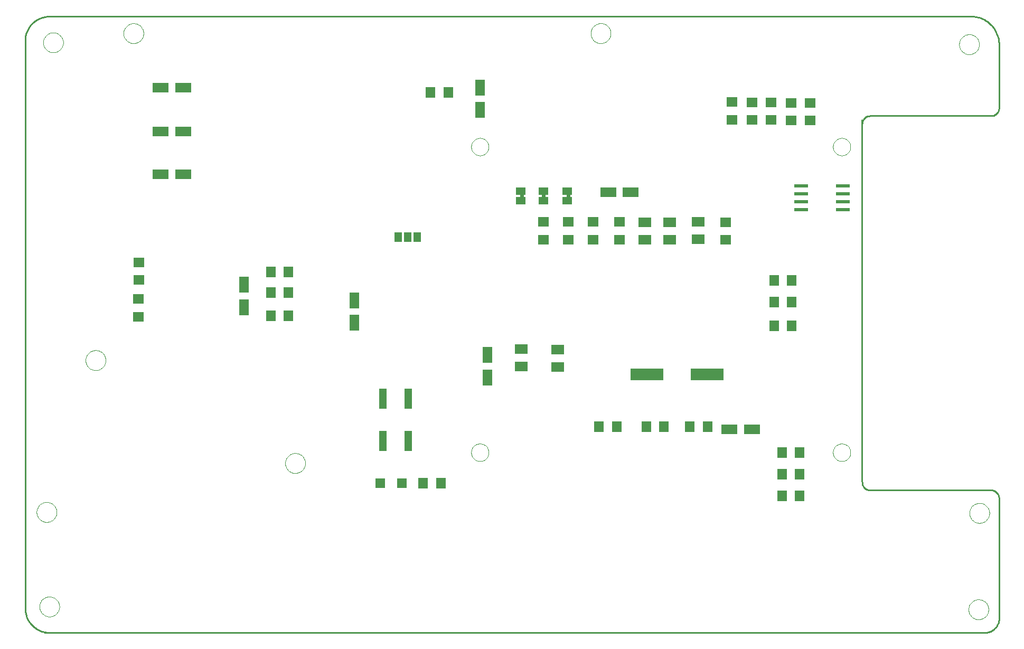
<source format=gtp>
G75*
G70*
%OFA0B0*%
%FSLAX24Y24*%
%IPPOS*%
%LPD*%
%AMOC8*
5,1,8,0,0,1.08239X$1,22.5*
%
%ADD10C,0.0000*%
%ADD11C,0.0240*%
%ADD12C,0.0100*%
%ADD13R,0.0866X0.0236*%
%ADD14R,0.0787X0.0630*%
%ADD15R,0.0709X0.0630*%
%ADD16R,0.2100X0.0760*%
%ADD17R,0.0630X0.0710*%
%ADD18R,0.0710X0.0630*%
%ADD19R,0.0472X0.1260*%
%ADD20R,0.0630X0.0460*%
%ADD21R,0.1024X0.0630*%
%ADD22R,0.0591X0.0591*%
%ADD23R,0.0630X0.1024*%
%ADD24R,0.0460X0.0630*%
D10*
X004156Y003369D02*
X004158Y003419D01*
X004164Y003469D01*
X004174Y003518D01*
X004188Y003566D01*
X004205Y003613D01*
X004226Y003658D01*
X004251Y003702D01*
X004279Y003743D01*
X004311Y003782D01*
X004345Y003819D01*
X004382Y003853D01*
X004422Y003883D01*
X004464Y003910D01*
X004508Y003934D01*
X004554Y003955D01*
X004601Y003971D01*
X004649Y003984D01*
X004699Y003993D01*
X004748Y003998D01*
X004799Y003999D01*
X004849Y003996D01*
X004898Y003989D01*
X004947Y003978D01*
X004995Y003963D01*
X005041Y003945D01*
X005086Y003923D01*
X005129Y003897D01*
X005170Y003868D01*
X005209Y003836D01*
X005245Y003801D01*
X005277Y003763D01*
X005307Y003723D01*
X005334Y003680D01*
X005357Y003636D01*
X005376Y003590D01*
X005392Y003542D01*
X005404Y003493D01*
X005412Y003444D01*
X005416Y003394D01*
X005416Y003344D01*
X005412Y003294D01*
X005404Y003245D01*
X005392Y003196D01*
X005376Y003148D01*
X005357Y003102D01*
X005334Y003058D01*
X005307Y003015D01*
X005277Y002975D01*
X005245Y002937D01*
X005209Y002902D01*
X005170Y002870D01*
X005129Y002841D01*
X005086Y002815D01*
X005041Y002793D01*
X004995Y002775D01*
X004947Y002760D01*
X004898Y002749D01*
X004849Y002742D01*
X004799Y002739D01*
X004748Y002740D01*
X004699Y002745D01*
X004649Y002754D01*
X004601Y002767D01*
X004554Y002783D01*
X004508Y002804D01*
X004464Y002828D01*
X004422Y002855D01*
X004382Y002885D01*
X004345Y002919D01*
X004311Y002956D01*
X004279Y002995D01*
X004251Y003036D01*
X004226Y003080D01*
X004205Y003125D01*
X004188Y003172D01*
X004174Y003220D01*
X004164Y003269D01*
X004158Y003319D01*
X004156Y003369D01*
X003979Y009334D02*
X003981Y009384D01*
X003987Y009434D01*
X003997Y009483D01*
X004011Y009531D01*
X004028Y009578D01*
X004049Y009623D01*
X004074Y009667D01*
X004102Y009708D01*
X004134Y009747D01*
X004168Y009784D01*
X004205Y009818D01*
X004245Y009848D01*
X004287Y009875D01*
X004331Y009899D01*
X004377Y009920D01*
X004424Y009936D01*
X004472Y009949D01*
X004522Y009958D01*
X004571Y009963D01*
X004622Y009964D01*
X004672Y009961D01*
X004721Y009954D01*
X004770Y009943D01*
X004818Y009928D01*
X004864Y009910D01*
X004909Y009888D01*
X004952Y009862D01*
X004993Y009833D01*
X005032Y009801D01*
X005068Y009766D01*
X005100Y009728D01*
X005130Y009688D01*
X005157Y009645D01*
X005180Y009601D01*
X005199Y009555D01*
X005215Y009507D01*
X005227Y009458D01*
X005235Y009409D01*
X005239Y009359D01*
X005239Y009309D01*
X005235Y009259D01*
X005227Y009210D01*
X005215Y009161D01*
X005199Y009113D01*
X005180Y009067D01*
X005157Y009023D01*
X005130Y008980D01*
X005100Y008940D01*
X005068Y008902D01*
X005032Y008867D01*
X004993Y008835D01*
X004952Y008806D01*
X004909Y008780D01*
X004864Y008758D01*
X004818Y008740D01*
X004770Y008725D01*
X004721Y008714D01*
X004672Y008707D01*
X004622Y008704D01*
X004571Y008705D01*
X004522Y008710D01*
X004472Y008719D01*
X004424Y008732D01*
X004377Y008748D01*
X004331Y008769D01*
X004287Y008793D01*
X004245Y008820D01*
X004205Y008850D01*
X004168Y008884D01*
X004134Y008921D01*
X004102Y008960D01*
X004074Y009001D01*
X004049Y009045D01*
X004028Y009090D01*
X004011Y009137D01*
X003997Y009185D01*
X003987Y009234D01*
X003981Y009284D01*
X003979Y009334D01*
X007070Y018920D02*
X007072Y018970D01*
X007078Y019020D01*
X007088Y019069D01*
X007102Y019117D01*
X007119Y019164D01*
X007140Y019209D01*
X007165Y019253D01*
X007193Y019294D01*
X007225Y019333D01*
X007259Y019370D01*
X007296Y019404D01*
X007336Y019434D01*
X007378Y019461D01*
X007422Y019485D01*
X007468Y019506D01*
X007515Y019522D01*
X007563Y019535D01*
X007613Y019544D01*
X007662Y019549D01*
X007713Y019550D01*
X007763Y019547D01*
X007812Y019540D01*
X007861Y019529D01*
X007909Y019514D01*
X007955Y019496D01*
X008000Y019474D01*
X008043Y019448D01*
X008084Y019419D01*
X008123Y019387D01*
X008159Y019352D01*
X008191Y019314D01*
X008221Y019274D01*
X008248Y019231D01*
X008271Y019187D01*
X008290Y019141D01*
X008306Y019093D01*
X008318Y019044D01*
X008326Y018995D01*
X008330Y018945D01*
X008330Y018895D01*
X008326Y018845D01*
X008318Y018796D01*
X008306Y018747D01*
X008290Y018699D01*
X008271Y018653D01*
X008248Y018609D01*
X008221Y018566D01*
X008191Y018526D01*
X008159Y018488D01*
X008123Y018453D01*
X008084Y018421D01*
X008043Y018392D01*
X008000Y018366D01*
X007955Y018344D01*
X007909Y018326D01*
X007861Y018311D01*
X007812Y018300D01*
X007763Y018293D01*
X007713Y018290D01*
X007662Y018291D01*
X007613Y018296D01*
X007563Y018305D01*
X007515Y018318D01*
X007468Y018334D01*
X007422Y018355D01*
X007378Y018379D01*
X007336Y018406D01*
X007296Y018436D01*
X007259Y018470D01*
X007225Y018507D01*
X007193Y018546D01*
X007165Y018587D01*
X007140Y018631D01*
X007119Y018676D01*
X007102Y018723D01*
X007088Y018771D01*
X007078Y018820D01*
X007072Y018870D01*
X007070Y018920D01*
X019668Y012424D02*
X019670Y012474D01*
X019676Y012524D01*
X019686Y012573D01*
X019700Y012621D01*
X019717Y012668D01*
X019738Y012713D01*
X019763Y012757D01*
X019791Y012798D01*
X019823Y012837D01*
X019857Y012874D01*
X019894Y012908D01*
X019934Y012938D01*
X019976Y012965D01*
X020020Y012989D01*
X020066Y013010D01*
X020113Y013026D01*
X020161Y013039D01*
X020211Y013048D01*
X020260Y013053D01*
X020311Y013054D01*
X020361Y013051D01*
X020410Y013044D01*
X020459Y013033D01*
X020507Y013018D01*
X020553Y013000D01*
X020598Y012978D01*
X020641Y012952D01*
X020682Y012923D01*
X020721Y012891D01*
X020757Y012856D01*
X020789Y012818D01*
X020819Y012778D01*
X020846Y012735D01*
X020869Y012691D01*
X020888Y012645D01*
X020904Y012597D01*
X020916Y012548D01*
X020924Y012499D01*
X020928Y012449D01*
X020928Y012399D01*
X020924Y012349D01*
X020916Y012300D01*
X020904Y012251D01*
X020888Y012203D01*
X020869Y012157D01*
X020846Y012113D01*
X020819Y012070D01*
X020789Y012030D01*
X020757Y011992D01*
X020721Y011957D01*
X020682Y011925D01*
X020641Y011896D01*
X020598Y011870D01*
X020553Y011848D01*
X020507Y011830D01*
X020459Y011815D01*
X020410Y011804D01*
X020361Y011797D01*
X020311Y011794D01*
X020260Y011795D01*
X020211Y011800D01*
X020161Y011809D01*
X020113Y011822D01*
X020066Y011838D01*
X020020Y011859D01*
X019976Y011883D01*
X019934Y011910D01*
X019894Y011940D01*
X019857Y011974D01*
X019823Y012011D01*
X019791Y012050D01*
X019763Y012091D01*
X019738Y012135D01*
X019717Y012180D01*
X019700Y012227D01*
X019686Y012275D01*
X019676Y012324D01*
X019670Y012374D01*
X019668Y012424D01*
X031410Y013105D02*
X031412Y013152D01*
X031418Y013198D01*
X031428Y013244D01*
X031441Y013289D01*
X031459Y013332D01*
X031480Y013374D01*
X031504Y013414D01*
X031532Y013451D01*
X031563Y013486D01*
X031597Y013519D01*
X031633Y013548D01*
X031672Y013574D01*
X031713Y013597D01*
X031756Y013616D01*
X031800Y013632D01*
X031845Y013644D01*
X031891Y013652D01*
X031938Y013656D01*
X031984Y013656D01*
X032031Y013652D01*
X032077Y013644D01*
X032122Y013632D01*
X032166Y013616D01*
X032209Y013597D01*
X032250Y013574D01*
X032289Y013548D01*
X032325Y013519D01*
X032359Y013486D01*
X032390Y013451D01*
X032418Y013414D01*
X032442Y013374D01*
X032463Y013332D01*
X032481Y013289D01*
X032494Y013244D01*
X032504Y013198D01*
X032510Y013152D01*
X032512Y013105D01*
X032510Y013058D01*
X032504Y013012D01*
X032494Y012966D01*
X032481Y012921D01*
X032463Y012878D01*
X032442Y012836D01*
X032418Y012796D01*
X032390Y012759D01*
X032359Y012724D01*
X032325Y012691D01*
X032289Y012662D01*
X032250Y012636D01*
X032209Y012613D01*
X032166Y012594D01*
X032122Y012578D01*
X032077Y012566D01*
X032031Y012558D01*
X031984Y012554D01*
X031938Y012554D01*
X031891Y012558D01*
X031845Y012566D01*
X031800Y012578D01*
X031756Y012594D01*
X031713Y012613D01*
X031672Y012636D01*
X031633Y012662D01*
X031597Y012691D01*
X031563Y012724D01*
X031532Y012759D01*
X031504Y012796D01*
X031480Y012836D01*
X031459Y012878D01*
X031441Y012921D01*
X031428Y012966D01*
X031418Y013012D01*
X031412Y013058D01*
X031410Y013105D01*
X054245Y013105D02*
X054247Y013152D01*
X054253Y013198D01*
X054263Y013244D01*
X054276Y013289D01*
X054294Y013332D01*
X054315Y013374D01*
X054339Y013414D01*
X054367Y013451D01*
X054398Y013486D01*
X054432Y013519D01*
X054468Y013548D01*
X054507Y013574D01*
X054548Y013597D01*
X054591Y013616D01*
X054635Y013632D01*
X054680Y013644D01*
X054726Y013652D01*
X054773Y013656D01*
X054819Y013656D01*
X054866Y013652D01*
X054912Y013644D01*
X054957Y013632D01*
X055001Y013616D01*
X055044Y013597D01*
X055085Y013574D01*
X055124Y013548D01*
X055160Y013519D01*
X055194Y013486D01*
X055225Y013451D01*
X055253Y013414D01*
X055277Y013374D01*
X055298Y013332D01*
X055316Y013289D01*
X055329Y013244D01*
X055339Y013198D01*
X055345Y013152D01*
X055347Y013105D01*
X055345Y013058D01*
X055339Y013012D01*
X055329Y012966D01*
X055316Y012921D01*
X055298Y012878D01*
X055277Y012836D01*
X055253Y012796D01*
X055225Y012759D01*
X055194Y012724D01*
X055160Y012691D01*
X055124Y012662D01*
X055085Y012636D01*
X055044Y012613D01*
X055001Y012594D01*
X054957Y012578D01*
X054912Y012566D01*
X054866Y012558D01*
X054819Y012554D01*
X054773Y012554D01*
X054726Y012558D01*
X054680Y012566D01*
X054635Y012578D01*
X054591Y012594D01*
X054548Y012613D01*
X054507Y012636D01*
X054468Y012662D01*
X054432Y012691D01*
X054398Y012724D01*
X054367Y012759D01*
X054339Y012796D01*
X054315Y012836D01*
X054294Y012878D01*
X054276Y012921D01*
X054263Y012966D01*
X054253Y013012D01*
X054247Y013058D01*
X054245Y013105D01*
X062857Y009274D02*
X062859Y009324D01*
X062865Y009374D01*
X062875Y009423D01*
X062889Y009471D01*
X062906Y009518D01*
X062927Y009563D01*
X062952Y009607D01*
X062980Y009648D01*
X063012Y009687D01*
X063046Y009724D01*
X063083Y009758D01*
X063123Y009788D01*
X063165Y009815D01*
X063209Y009839D01*
X063255Y009860D01*
X063302Y009876D01*
X063350Y009889D01*
X063400Y009898D01*
X063449Y009903D01*
X063500Y009904D01*
X063550Y009901D01*
X063599Y009894D01*
X063648Y009883D01*
X063696Y009868D01*
X063742Y009850D01*
X063787Y009828D01*
X063830Y009802D01*
X063871Y009773D01*
X063910Y009741D01*
X063946Y009706D01*
X063978Y009668D01*
X064008Y009628D01*
X064035Y009585D01*
X064058Y009541D01*
X064077Y009495D01*
X064093Y009447D01*
X064105Y009398D01*
X064113Y009349D01*
X064117Y009299D01*
X064117Y009249D01*
X064113Y009199D01*
X064105Y009150D01*
X064093Y009101D01*
X064077Y009053D01*
X064058Y009007D01*
X064035Y008963D01*
X064008Y008920D01*
X063978Y008880D01*
X063946Y008842D01*
X063910Y008807D01*
X063871Y008775D01*
X063830Y008746D01*
X063787Y008720D01*
X063742Y008698D01*
X063696Y008680D01*
X063648Y008665D01*
X063599Y008654D01*
X063550Y008647D01*
X063500Y008644D01*
X063449Y008645D01*
X063400Y008650D01*
X063350Y008659D01*
X063302Y008672D01*
X063255Y008688D01*
X063209Y008709D01*
X063165Y008733D01*
X063123Y008760D01*
X063083Y008790D01*
X063046Y008824D01*
X063012Y008861D01*
X062980Y008900D01*
X062952Y008941D01*
X062927Y008985D01*
X062906Y009030D01*
X062889Y009077D01*
X062875Y009125D01*
X062865Y009174D01*
X062859Y009224D01*
X062857Y009274D01*
X062798Y003192D02*
X062800Y003242D01*
X062806Y003292D01*
X062816Y003341D01*
X062830Y003389D01*
X062847Y003436D01*
X062868Y003481D01*
X062893Y003525D01*
X062921Y003566D01*
X062953Y003605D01*
X062987Y003642D01*
X063024Y003676D01*
X063064Y003706D01*
X063106Y003733D01*
X063150Y003757D01*
X063196Y003778D01*
X063243Y003794D01*
X063291Y003807D01*
X063341Y003816D01*
X063390Y003821D01*
X063441Y003822D01*
X063491Y003819D01*
X063540Y003812D01*
X063589Y003801D01*
X063637Y003786D01*
X063683Y003768D01*
X063728Y003746D01*
X063771Y003720D01*
X063812Y003691D01*
X063851Y003659D01*
X063887Y003624D01*
X063919Y003586D01*
X063949Y003546D01*
X063976Y003503D01*
X063999Y003459D01*
X064018Y003413D01*
X064034Y003365D01*
X064046Y003316D01*
X064054Y003267D01*
X064058Y003217D01*
X064058Y003167D01*
X064054Y003117D01*
X064046Y003068D01*
X064034Y003019D01*
X064018Y002971D01*
X063999Y002925D01*
X063976Y002881D01*
X063949Y002838D01*
X063919Y002798D01*
X063887Y002760D01*
X063851Y002725D01*
X063812Y002693D01*
X063771Y002664D01*
X063728Y002638D01*
X063683Y002616D01*
X063637Y002598D01*
X063589Y002583D01*
X063540Y002572D01*
X063491Y002565D01*
X063441Y002562D01*
X063390Y002563D01*
X063341Y002568D01*
X063291Y002577D01*
X063243Y002590D01*
X063196Y002606D01*
X063150Y002627D01*
X063106Y002651D01*
X063064Y002678D01*
X063024Y002708D01*
X062987Y002742D01*
X062953Y002779D01*
X062921Y002818D01*
X062893Y002859D01*
X062868Y002903D01*
X062847Y002948D01*
X062830Y002995D01*
X062816Y003043D01*
X062806Y003092D01*
X062800Y003142D01*
X062798Y003192D01*
X054245Y032397D02*
X054247Y032444D01*
X054253Y032490D01*
X054263Y032536D01*
X054276Y032581D01*
X054294Y032624D01*
X054315Y032666D01*
X054339Y032706D01*
X054367Y032743D01*
X054398Y032778D01*
X054432Y032811D01*
X054468Y032840D01*
X054507Y032866D01*
X054548Y032889D01*
X054591Y032908D01*
X054635Y032924D01*
X054680Y032936D01*
X054726Y032944D01*
X054773Y032948D01*
X054819Y032948D01*
X054866Y032944D01*
X054912Y032936D01*
X054957Y032924D01*
X055001Y032908D01*
X055044Y032889D01*
X055085Y032866D01*
X055124Y032840D01*
X055160Y032811D01*
X055194Y032778D01*
X055225Y032743D01*
X055253Y032706D01*
X055277Y032666D01*
X055298Y032624D01*
X055316Y032581D01*
X055329Y032536D01*
X055339Y032490D01*
X055345Y032444D01*
X055347Y032397D01*
X055345Y032350D01*
X055339Y032304D01*
X055329Y032258D01*
X055316Y032213D01*
X055298Y032170D01*
X055277Y032128D01*
X055253Y032088D01*
X055225Y032051D01*
X055194Y032016D01*
X055160Y031983D01*
X055124Y031954D01*
X055085Y031928D01*
X055044Y031905D01*
X055001Y031886D01*
X054957Y031870D01*
X054912Y031858D01*
X054866Y031850D01*
X054819Y031846D01*
X054773Y031846D01*
X054726Y031850D01*
X054680Y031858D01*
X054635Y031870D01*
X054591Y031886D01*
X054548Y031905D01*
X054507Y031928D01*
X054468Y031954D01*
X054432Y031983D01*
X054398Y032016D01*
X054367Y032051D01*
X054339Y032088D01*
X054315Y032128D01*
X054294Y032170D01*
X054276Y032213D01*
X054263Y032258D01*
X054253Y032304D01*
X054247Y032350D01*
X054245Y032397D01*
X062207Y038861D02*
X062209Y038911D01*
X062215Y038961D01*
X062225Y039010D01*
X062239Y039058D01*
X062256Y039105D01*
X062277Y039150D01*
X062302Y039194D01*
X062330Y039235D01*
X062362Y039274D01*
X062396Y039311D01*
X062433Y039345D01*
X062473Y039375D01*
X062515Y039402D01*
X062559Y039426D01*
X062605Y039447D01*
X062652Y039463D01*
X062700Y039476D01*
X062750Y039485D01*
X062799Y039490D01*
X062850Y039491D01*
X062900Y039488D01*
X062949Y039481D01*
X062998Y039470D01*
X063046Y039455D01*
X063092Y039437D01*
X063137Y039415D01*
X063180Y039389D01*
X063221Y039360D01*
X063260Y039328D01*
X063296Y039293D01*
X063328Y039255D01*
X063358Y039215D01*
X063385Y039172D01*
X063408Y039128D01*
X063427Y039082D01*
X063443Y039034D01*
X063455Y038985D01*
X063463Y038936D01*
X063467Y038886D01*
X063467Y038836D01*
X063463Y038786D01*
X063455Y038737D01*
X063443Y038688D01*
X063427Y038640D01*
X063408Y038594D01*
X063385Y038550D01*
X063358Y038507D01*
X063328Y038467D01*
X063296Y038429D01*
X063260Y038394D01*
X063221Y038362D01*
X063180Y038333D01*
X063137Y038307D01*
X063092Y038285D01*
X063046Y038267D01*
X062998Y038252D01*
X062949Y038241D01*
X062900Y038234D01*
X062850Y038231D01*
X062799Y038232D01*
X062750Y038237D01*
X062700Y038246D01*
X062652Y038259D01*
X062605Y038275D01*
X062559Y038296D01*
X062515Y038320D01*
X062473Y038347D01*
X062433Y038377D01*
X062396Y038411D01*
X062362Y038448D01*
X062330Y038487D01*
X062302Y038528D01*
X062277Y038572D01*
X062256Y038617D01*
X062239Y038664D01*
X062225Y038712D01*
X062215Y038761D01*
X062209Y038811D01*
X062207Y038861D01*
X038951Y039560D02*
X038953Y039610D01*
X038959Y039660D01*
X038969Y039709D01*
X038983Y039757D01*
X039000Y039804D01*
X039021Y039849D01*
X039046Y039893D01*
X039074Y039934D01*
X039106Y039973D01*
X039140Y040010D01*
X039177Y040044D01*
X039217Y040074D01*
X039259Y040101D01*
X039303Y040125D01*
X039349Y040146D01*
X039396Y040162D01*
X039444Y040175D01*
X039494Y040184D01*
X039543Y040189D01*
X039594Y040190D01*
X039644Y040187D01*
X039693Y040180D01*
X039742Y040169D01*
X039790Y040154D01*
X039836Y040136D01*
X039881Y040114D01*
X039924Y040088D01*
X039965Y040059D01*
X040004Y040027D01*
X040040Y039992D01*
X040072Y039954D01*
X040102Y039914D01*
X040129Y039871D01*
X040152Y039827D01*
X040171Y039781D01*
X040187Y039733D01*
X040199Y039684D01*
X040207Y039635D01*
X040211Y039585D01*
X040211Y039535D01*
X040207Y039485D01*
X040199Y039436D01*
X040187Y039387D01*
X040171Y039339D01*
X040152Y039293D01*
X040129Y039249D01*
X040102Y039206D01*
X040072Y039166D01*
X040040Y039128D01*
X040004Y039093D01*
X039965Y039061D01*
X039924Y039032D01*
X039881Y039006D01*
X039836Y038984D01*
X039790Y038966D01*
X039742Y038951D01*
X039693Y038940D01*
X039644Y038933D01*
X039594Y038930D01*
X039543Y038931D01*
X039494Y038936D01*
X039444Y038945D01*
X039396Y038958D01*
X039349Y038974D01*
X039303Y038995D01*
X039259Y039019D01*
X039217Y039046D01*
X039177Y039076D01*
X039140Y039110D01*
X039106Y039147D01*
X039074Y039186D01*
X039046Y039227D01*
X039021Y039271D01*
X039000Y039316D01*
X038983Y039363D01*
X038969Y039411D01*
X038959Y039460D01*
X038953Y039510D01*
X038951Y039560D01*
X031410Y032397D02*
X031412Y032444D01*
X031418Y032490D01*
X031428Y032536D01*
X031441Y032581D01*
X031459Y032624D01*
X031480Y032666D01*
X031504Y032706D01*
X031532Y032743D01*
X031563Y032778D01*
X031597Y032811D01*
X031633Y032840D01*
X031672Y032866D01*
X031713Y032889D01*
X031756Y032908D01*
X031800Y032924D01*
X031845Y032936D01*
X031891Y032944D01*
X031938Y032948D01*
X031984Y032948D01*
X032031Y032944D01*
X032077Y032936D01*
X032122Y032924D01*
X032166Y032908D01*
X032209Y032889D01*
X032250Y032866D01*
X032289Y032840D01*
X032325Y032811D01*
X032359Y032778D01*
X032390Y032743D01*
X032418Y032706D01*
X032442Y032666D01*
X032463Y032624D01*
X032481Y032581D01*
X032494Y032536D01*
X032504Y032490D01*
X032510Y032444D01*
X032512Y032397D01*
X032510Y032350D01*
X032504Y032304D01*
X032494Y032258D01*
X032481Y032213D01*
X032463Y032170D01*
X032442Y032128D01*
X032418Y032088D01*
X032390Y032051D01*
X032359Y032016D01*
X032325Y031983D01*
X032289Y031954D01*
X032250Y031928D01*
X032209Y031905D01*
X032166Y031886D01*
X032122Y031870D01*
X032077Y031858D01*
X032031Y031850D01*
X031984Y031846D01*
X031938Y031846D01*
X031891Y031850D01*
X031845Y031858D01*
X031800Y031870D01*
X031756Y031886D01*
X031713Y031905D01*
X031672Y031928D01*
X031633Y031954D01*
X031597Y031983D01*
X031563Y032016D01*
X031532Y032051D01*
X031504Y032088D01*
X031480Y032128D01*
X031459Y032170D01*
X031441Y032213D01*
X031428Y032258D01*
X031418Y032304D01*
X031412Y032350D01*
X031410Y032397D01*
X009463Y039556D02*
X009465Y039606D01*
X009471Y039656D01*
X009481Y039705D01*
X009495Y039753D01*
X009512Y039800D01*
X009533Y039845D01*
X009558Y039889D01*
X009586Y039930D01*
X009618Y039969D01*
X009652Y040006D01*
X009689Y040040D01*
X009729Y040070D01*
X009771Y040097D01*
X009815Y040121D01*
X009861Y040142D01*
X009908Y040158D01*
X009956Y040171D01*
X010006Y040180D01*
X010055Y040185D01*
X010106Y040186D01*
X010156Y040183D01*
X010205Y040176D01*
X010254Y040165D01*
X010302Y040150D01*
X010348Y040132D01*
X010393Y040110D01*
X010436Y040084D01*
X010477Y040055D01*
X010516Y040023D01*
X010552Y039988D01*
X010584Y039950D01*
X010614Y039910D01*
X010641Y039867D01*
X010664Y039823D01*
X010683Y039777D01*
X010699Y039729D01*
X010711Y039680D01*
X010719Y039631D01*
X010723Y039581D01*
X010723Y039531D01*
X010719Y039481D01*
X010711Y039432D01*
X010699Y039383D01*
X010683Y039335D01*
X010664Y039289D01*
X010641Y039245D01*
X010614Y039202D01*
X010584Y039162D01*
X010552Y039124D01*
X010516Y039089D01*
X010477Y039057D01*
X010436Y039028D01*
X010393Y039002D01*
X010348Y038980D01*
X010302Y038962D01*
X010254Y038947D01*
X010205Y038936D01*
X010156Y038929D01*
X010106Y038926D01*
X010055Y038927D01*
X010006Y038932D01*
X009956Y038941D01*
X009908Y038954D01*
X009861Y038970D01*
X009815Y038991D01*
X009771Y039015D01*
X009729Y039042D01*
X009689Y039072D01*
X009652Y039106D01*
X009618Y039143D01*
X009586Y039182D01*
X009558Y039223D01*
X009533Y039267D01*
X009512Y039312D01*
X009495Y039359D01*
X009481Y039407D01*
X009471Y039456D01*
X009465Y039506D01*
X009463Y039556D01*
X004393Y038979D02*
X004395Y039029D01*
X004401Y039079D01*
X004411Y039128D01*
X004425Y039176D01*
X004442Y039223D01*
X004463Y039268D01*
X004488Y039312D01*
X004516Y039353D01*
X004548Y039392D01*
X004582Y039429D01*
X004619Y039463D01*
X004659Y039493D01*
X004701Y039520D01*
X004745Y039544D01*
X004791Y039565D01*
X004838Y039581D01*
X004886Y039594D01*
X004936Y039603D01*
X004985Y039608D01*
X005036Y039609D01*
X005086Y039606D01*
X005135Y039599D01*
X005184Y039588D01*
X005232Y039573D01*
X005278Y039555D01*
X005323Y039533D01*
X005366Y039507D01*
X005407Y039478D01*
X005446Y039446D01*
X005482Y039411D01*
X005514Y039373D01*
X005544Y039333D01*
X005571Y039290D01*
X005594Y039246D01*
X005613Y039200D01*
X005629Y039152D01*
X005641Y039103D01*
X005649Y039054D01*
X005653Y039004D01*
X005653Y038954D01*
X005649Y038904D01*
X005641Y038855D01*
X005629Y038806D01*
X005613Y038758D01*
X005594Y038712D01*
X005571Y038668D01*
X005544Y038625D01*
X005514Y038585D01*
X005482Y038547D01*
X005446Y038512D01*
X005407Y038480D01*
X005366Y038451D01*
X005323Y038425D01*
X005278Y038403D01*
X005232Y038385D01*
X005184Y038370D01*
X005135Y038359D01*
X005086Y038352D01*
X005036Y038349D01*
X004985Y038350D01*
X004936Y038355D01*
X004886Y038364D01*
X004838Y038377D01*
X004791Y038393D01*
X004745Y038414D01*
X004701Y038438D01*
X004659Y038465D01*
X004619Y038495D01*
X004582Y038529D01*
X004548Y038566D01*
X004516Y038605D01*
X004488Y038646D01*
X004463Y038690D01*
X004442Y038735D01*
X004425Y038782D01*
X004411Y038830D01*
X004401Y038879D01*
X004395Y038929D01*
X004393Y038979D01*
D11*
X034592Y029418D02*
X034592Y029221D01*
X035970Y029418D02*
X035970Y029024D01*
X037545Y029221D02*
X037545Y029418D01*
D12*
X040956Y001743D02*
X004456Y001743D01*
X004837Y001722D02*
X063855Y001722D01*
X063855Y001723D02*
X063913Y001728D01*
X063971Y001737D01*
X064028Y001750D01*
X064085Y001766D01*
X064140Y001786D01*
X064194Y001809D01*
X064246Y001836D01*
X064296Y001865D01*
X064345Y001898D01*
X064391Y001934D01*
X064435Y001973D01*
X064476Y002015D01*
X064515Y002059D01*
X064551Y002105D01*
X064584Y002154D01*
X064613Y002204D01*
X064640Y002256D01*
X064663Y002310D01*
X064683Y002365D01*
X064699Y002422D01*
X064711Y002479D01*
X064720Y002537D01*
X064725Y002595D01*
X064727Y002654D01*
X064725Y002712D01*
X064719Y002771D01*
X064719Y002764D02*
X064719Y010222D01*
X064717Y010266D01*
X064711Y010309D01*
X064702Y010351D01*
X064689Y010393D01*
X064672Y010433D01*
X064652Y010472D01*
X064629Y010509D01*
X064602Y010543D01*
X064573Y010576D01*
X064540Y010605D01*
X064506Y010632D01*
X064469Y010655D01*
X064430Y010675D01*
X064390Y010692D01*
X064348Y010705D01*
X064306Y010714D01*
X064263Y010720D01*
X064219Y010722D01*
X056584Y010722D01*
X056540Y010724D01*
X056497Y010730D01*
X056455Y010739D01*
X056413Y010752D01*
X056373Y010769D01*
X056334Y010789D01*
X056297Y010812D01*
X056263Y010839D01*
X056230Y010868D01*
X056201Y010901D01*
X056174Y010935D01*
X056151Y010972D01*
X056131Y011011D01*
X056114Y011051D01*
X056101Y011093D01*
X056092Y011135D01*
X056086Y011178D01*
X056084Y011222D01*
X056080Y011258D02*
X056080Y034092D01*
X056084Y033847D02*
X056086Y033891D01*
X056092Y033934D01*
X056101Y033976D01*
X056114Y034018D01*
X056131Y034058D01*
X056151Y034097D01*
X056174Y034134D01*
X056201Y034168D01*
X056230Y034201D01*
X056263Y034230D01*
X056297Y034257D01*
X056334Y034280D01*
X056373Y034300D01*
X056413Y034317D01*
X056455Y034330D01*
X056497Y034339D01*
X056540Y034345D01*
X056584Y034347D01*
X064219Y034347D01*
X064263Y034349D01*
X064306Y034355D01*
X064348Y034364D01*
X064390Y034377D01*
X064430Y034394D01*
X064469Y034414D01*
X064506Y034437D01*
X064540Y034464D01*
X064573Y034493D01*
X064602Y034526D01*
X064629Y034560D01*
X064652Y034597D01*
X064672Y034636D01*
X064689Y034676D01*
X064702Y034718D01*
X064711Y034760D01*
X064717Y034803D01*
X064719Y034847D01*
X064719Y038875D01*
X064720Y038874D02*
X064717Y038960D01*
X064709Y039046D01*
X064697Y039131D01*
X064682Y039216D01*
X064662Y039300D01*
X064638Y039383D01*
X064611Y039464D01*
X064579Y039544D01*
X064543Y039622D01*
X064504Y039699D01*
X064461Y039774D01*
X064415Y039846D01*
X064365Y039916D01*
X064312Y039984D01*
X064255Y040049D01*
X064196Y040111D01*
X064134Y040170D01*
X064068Y040227D01*
X064001Y040280D01*
X063930Y040329D01*
X063858Y040375D01*
X063783Y040418D01*
X063706Y040457D01*
X063628Y040492D01*
X063548Y040524D01*
X063466Y040551D01*
X063383Y040574D01*
X063299Y040594D01*
X063215Y040609D01*
X063129Y040621D01*
X063044Y040628D01*
X062958Y040631D01*
X062872Y040630D01*
X062786Y040624D01*
X062785Y040625D02*
X004765Y040625D01*
X004690Y040623D01*
X004615Y040618D01*
X004540Y040608D01*
X004466Y040595D01*
X004393Y040579D01*
X004321Y040558D01*
X004249Y040534D01*
X004179Y040507D01*
X004111Y040476D01*
X004044Y040442D01*
X003979Y040404D01*
X003916Y040364D01*
X003854Y040320D01*
X003796Y040273D01*
X003739Y040223D01*
X003685Y040171D01*
X003634Y040116D01*
X003586Y040058D01*
X003540Y039999D01*
X003498Y039937D01*
X003458Y039873D01*
X003422Y039807D01*
X003389Y039739D01*
X003360Y039670D01*
X003334Y039599D01*
X003312Y039527D01*
X003293Y039455D01*
X003278Y039381D01*
X003266Y039307D01*
X003259Y039232D01*
X003255Y039157D01*
X003254Y039082D01*
X003258Y039006D01*
X003258Y039002D02*
X003258Y003354D01*
X003257Y003355D02*
X003255Y003277D01*
X003257Y003200D01*
X003262Y003123D01*
X003272Y003046D01*
X003285Y002970D01*
X003302Y002895D01*
X003323Y002821D01*
X003347Y002747D01*
X003375Y002675D01*
X003407Y002605D01*
X003442Y002536D01*
X003480Y002469D01*
X003522Y002404D01*
X003567Y002341D01*
X003614Y002281D01*
X003665Y002223D01*
X003719Y002167D01*
X003775Y002114D01*
X003834Y002065D01*
X003896Y002018D01*
X003959Y001974D01*
X004025Y001933D01*
X004093Y001896D01*
X004162Y001862D01*
X004233Y001832D01*
X004306Y001805D01*
X004379Y001782D01*
X004454Y001763D01*
X004530Y001747D01*
X004606Y001735D01*
X004683Y001727D01*
X004760Y001723D01*
X004837Y001722D01*
D13*
X052227Y028433D03*
X052227Y028933D03*
X052227Y029433D03*
X052227Y029933D03*
X054849Y029933D03*
X054849Y029433D03*
X054849Y028933D03*
X054849Y028433D03*
D14*
X045746Y027656D03*
X043940Y027646D03*
X043940Y026543D03*
X045746Y026553D03*
X042365Y026543D03*
X042365Y027646D03*
X036871Y019598D03*
X036871Y018496D03*
X034548Y018518D03*
X034548Y019620D03*
D15*
X047477Y026542D03*
X047477Y027644D03*
D16*
X046296Y018040D03*
X042496Y018040D03*
D17*
X042461Y014727D03*
X043581Y014727D03*
X045211Y014727D03*
X046331Y014727D03*
X051024Y013097D03*
X052143Y013097D03*
X052143Y011722D03*
X051024Y011722D03*
X051024Y010347D03*
X052143Y010347D03*
X040593Y014727D03*
X039474Y014727D03*
X029500Y011164D03*
X028380Y011164D03*
X019874Y021735D03*
X018754Y021735D03*
X018754Y023211D03*
X019874Y023211D03*
X019874Y024511D03*
X018754Y024511D03*
X028830Y035836D03*
X029950Y035836D03*
X050524Y023972D03*
X051643Y023972D03*
X051643Y022597D03*
X050524Y022597D03*
X050524Y021097D03*
X051643Y021097D03*
D18*
X040771Y026542D03*
X040771Y027662D03*
X039084Y027662D03*
X037521Y027662D03*
X035959Y027662D03*
X035959Y026542D03*
X037521Y026542D03*
X039084Y026542D03*
X047864Y034104D03*
X049129Y034088D03*
X050332Y034081D03*
X051596Y034057D03*
X052800Y034053D03*
X052800Y035172D03*
X051596Y035176D03*
X050332Y035201D03*
X049129Y035208D03*
X047864Y035224D03*
X010416Y025112D03*
X010416Y023992D03*
X010402Y022797D03*
X010402Y021678D03*
D19*
X025844Y016495D03*
X027419Y016495D03*
X027419Y013818D03*
X025844Y013818D03*
D20*
X034521Y028990D03*
X034521Y029590D03*
X035959Y029590D03*
X035959Y028990D03*
X037459Y028990D03*
X037459Y029590D03*
D21*
X040050Y029527D03*
X041467Y029527D03*
X047700Y014577D03*
X049117Y014577D03*
X013231Y030652D03*
X011814Y030652D03*
X011814Y033369D03*
X013231Y033369D03*
X013231Y036145D03*
X011814Y036145D03*
D22*
X025652Y011164D03*
X027030Y011164D03*
D23*
X032424Y017837D03*
X032424Y019255D03*
X024034Y021290D03*
X024034Y022708D03*
X017070Y022267D03*
X017070Y023684D03*
X031952Y034727D03*
X031952Y036145D03*
D24*
X027995Y026684D03*
X027395Y026684D03*
X026795Y026684D03*
M02*

</source>
